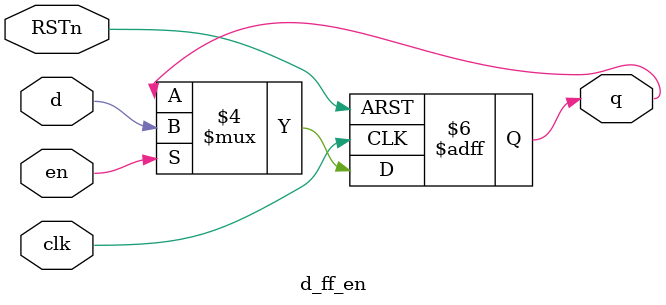
<source format=sv>
module d_ff_en
(
    input logic          d,
    input logic          en,
    input logic          RSTn,
    input logic          clk,
    output logic         q
);

//d flip flop with active low async reset
always_ff @(posedge clk or negedge RSTn)
begin
if(!RSTn)
begin
  q <= 1'b0;
end
else if(en == 1'b1)
begin
  q <= d;
end
end

endmodule

</source>
